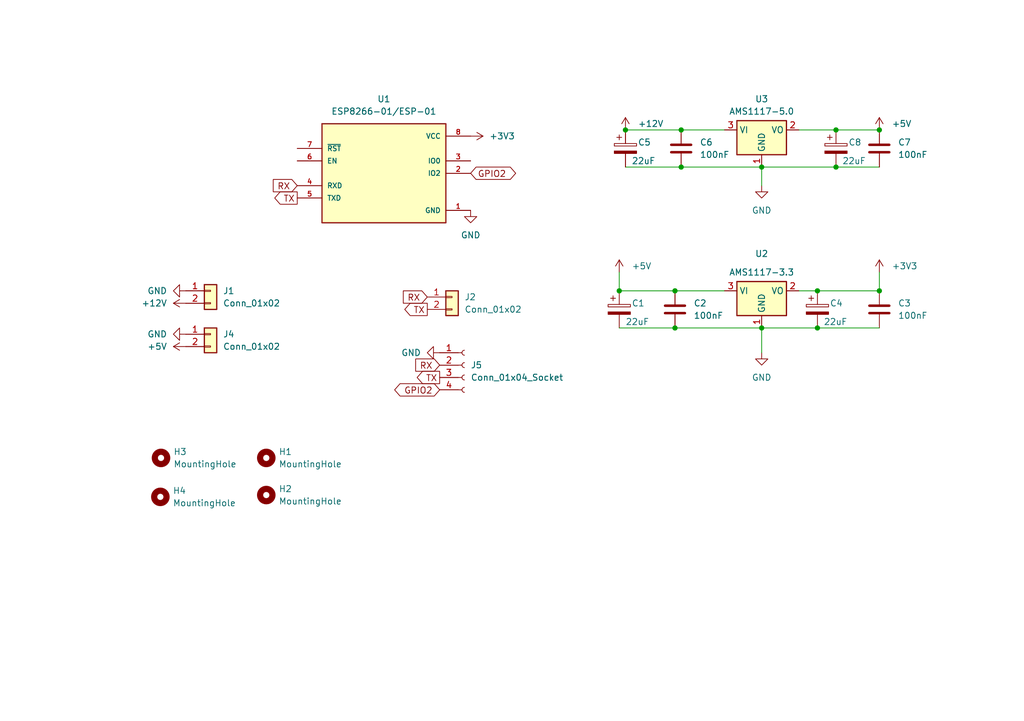
<source format=kicad_sch>
(kicad_sch (version 20231120) (generator "eeschema") (generator_version "8.0")
  (paper "A5")
  (lib_symbols
    (symbol "Connector:Conn_01x04_Socket" (pin_names (offset 1.016) hide)
      (property "Reference" "J" (at 0 5.08 0))
      (property "Value" "Conn_01x04_Socket" (at 0 -7.62 0))
      (symbol "Conn_01x04_Socket_1_1"
        (arc (start 0 -4.572) (mid -0.5058 -5.08) (end 0 -5.588) (stroke (width 0.1524)))
        (arc (start 0 -2.032) (mid -0.5058 -2.54) (end 0 -3.048) (stroke (width 0.1524)))
        (polyline (pts (xy -1.27 -5.08) (xy -0.508 -5.08)) (stroke (width 0.1524)))
        (polyline (pts (xy -1.27 -2.54) (xy -0.508 -2.54)) (stroke (width 0.1524)))
        (polyline (pts (xy -1.27 0) (xy -0.508 0)) (stroke (width 0.1524)))
        (polyline (pts (xy -1.27 2.54) (xy -0.508 2.54)) (stroke (width 0.1524)))
        (arc (start 0 0.508) (mid -0.5058 0) (end 0 -0.508) (stroke (width 0.1524)))
        (arc (start 0 3.048) (mid -0.5058 2.54) (end 0 2.032) (stroke (width 0.1524)))
        (pin passive line (at -5.08 2.54 0) (length 3.81) (name "Pin_1") (number "1"))
        (pin passive line (at -5.08 0 0) (length 3.81) (name "Pin_2") (number "2"))
        (pin passive line (at -5.08 -2.54 0) (length 3.81) (name "Pin_3") (number "3"))
        (pin passive line (at -5.08 -5.08 0) (length 3.81) (name "Pin_4") (number "4"))
      )
    )
    (symbol "Connector_Generic:Conn_01x02" (pin_names (offset 1.016) hide)
      (property "Reference" "J" (at 0 2.54 0))
      (property "Value" "Conn_01x02" (at 0 -5.08 0))
      (symbol "Conn_01x02_1_1"
        (rectangle (start -1.27 -2.413) (end 0 -2.667) (stroke (width 0.1524)))
        (rectangle (start -1.27 0.127) (end 0 -0.127) (stroke (width 0.1524)))
        (rectangle (start -1.27 1.27) (end 1.27 -3.81) (stroke (width 0.254)) (fill (type background)))
        (pin passive line (at -5.08 0 0) (length 3.81) (name "Pin_1") (number "1"))
        (pin passive line (at -5.08 -2.54 0) (length 3.81) (name "Pin_2") (number "2"))
      )
    )
    (symbol "Device:C" (pin_numbers hide) (pin_names (offset 0.254))
      (property "Reference" "C" (at 0.635 2.54 0))
      (property "Value" "C" (at 0.635 -2.54 0))
      (symbol "C_0_1"
        (polyline (pts (xy -2.032 -0.762) (xy 2.032 -0.762)) (stroke (width 0.508)))
        (polyline (pts (xy -2.032 0.762) (xy 2.032 0.762)) (stroke (width 0.508)))
      )
      (symbol "C_1_1"
        (pin passive line (at 0 3.81 270) (length 2.794) (name "~") (number "1"))
        (pin passive line (at 0 -3.81 90) (length 2.794) (name "~") (number "2"))
      )
    )
    (symbol "Device:C_Polarized" (pin_numbers hide) (pin_names (offset 0.254))
      (property "Reference" "C" (at 0.635 2.54 0))
      (property "Value" "C_Polarized" (at 0.635 -2.54 0))
      (symbol "C_Polarized_0_1"
        (rectangle (start -2.286 0.508) (end 2.286 1.016))
        (polyline (pts (xy -1.778 2.286) (xy -0.762 2.286)))
        (polyline (pts (xy -1.27 2.794) (xy -1.27 1.778)))
        (rectangle (start 2.286 -0.508) (end -2.286 -1.016) (fill (type outline)))
      )
      (symbol "C_Polarized_1_1"
        (pin passive line (at 0 3.81 270) (length 2.794) (name "~") (number "1"))
        (pin passive line (at 0 -3.81 90) (length 2.794) (name "~") (number "2"))
      )
    )
    (symbol "ESP8266-01_ESP-01:ESP8266-01/ESP-01" (pin_names (offset 1.016))
      (property "Reference" "U" (at -12.7094 10.6778 0))
      (property "Value" "ESP8266-01{slash}ESP-01" (at -12.7131 -12.7131 0))
      (symbol "ESP8266-01/ESP-01_0_0"
        (rectangle (start -12.7 -10.16) (end 12.7 10.16) (stroke (width 0.254)) (fill (type background)))
        (pin power_in line (at 17.78 -7.62 180) (length 5.08) (name "GND") (number "1"))
        (pin bidirectional line (at 17.78 0 180) (length 5.08) (name "IO2") (number "2"))
        (pin bidirectional line (at 17.78 2.54 180) (length 5.08) (name "IO0") (number "3"))
        (pin input line (at -17.78 -2.54 0) (length 5.08) (name "RXD") (number "4"))
        (pin output line (at -17.78 -5.08 0) (length 5.08) (name "TXD") (number "5"))
        (pin input line (at -17.78 2.54 0) (length 5.08) (name "EN") (number "6"))
        (pin input line (at -17.78 5.08 0) (length 5.08) (name "~{RST}") (number "7"))
        (pin power_in line (at 17.78 7.62 180) (length 5.08) (name "VCC") (number "8"))
      )
    )
    (symbol "Mechanical:MountingHole" (pin_names (offset 1.016))
      (property "Reference" "H" (at 0 5.08 0))
      (property "Value" "MountingHole" (at 0 3.175 0))
      (symbol "MountingHole_0_1"
        (circle (center 0 0) (radius 1.27) (stroke (width 1.27)))
      )
    )
    (symbol "Regulator_Linear:AMS1117-3.3"
      (property "Reference" "U" (at -3.81 3.175 0))
      (property "Value" "AMS1117-3.3" (at 0 3.175 0))
      (symbol "AMS1117-3.3_0_1"
        (rectangle (start -5.08 -5.08) (end 5.08 1.905) (stroke (width 0.254)) (fill (type background)))
      )
      (symbol "AMS1117-3.3_1_1"
        (pin power_in line (at 0 -7.62 90) (length 2.54) (name "GND") (number "1"))
        (pin power_out line (at 7.62 0 180) (length 2.54) (name "VO") (number "2"))
        (pin power_in line (at -7.62 0 0) (length 2.54) (name "VI") (number "3"))
      )
    )
    (symbol "Regulator_Linear:AMS1117-5.0"
      (property "Reference" "U" (at -3.81 3.175 0))
      (property "Value" "AMS1117-5.0" (at 0 3.175 0))
      (symbol "AMS1117-5.0_0_1"
        (rectangle (start -5.08 -5.08) (end 5.08 1.905) (stroke (width 0.254)) (fill (type background)))
      )
      (symbol "AMS1117-5.0_1_1"
        (pin power_in line (at 0 -7.62 90) (length 2.54) (name "GND") (number "1"))
        (pin power_out line (at 7.62 0 180) (length 2.54) (name "VO") (number "2"))
        (pin power_in line (at -7.62 0 0) (length 2.54) (name "VI") (number "3"))
      )
    )
    (symbol "power:+12V" (power) (pin_names (offset 0))
      (property "Value" "+12V" (at 0 3.556 0))
      (symbol "+12V_0_1"
        (polyline (pts (xy -0.762 1.27) (xy 0 2.54)))
        (polyline (pts (xy 0 0) (xy 0 2.54)))
        (polyline (pts (xy 0 2.54) (xy 0.762 1.27)))
      )
      (symbol "+12V_1_1"
        (pin power_in line (at 0 0 90) (length 0) hide (name "+12V") (number "1"))
      )
    )
    (symbol "power:+3V3" (power) (pin_names (offset 0))
      (property "Value" "+3V3" (at 0 3.556 0))
      (symbol "+3V3_0_1"
        (polyline (pts (xy -0.762 1.27) (xy 0 2.54)))
        (polyline (pts (xy 0 0) (xy 0 2.54)))
        (polyline (pts (xy 0 2.54) (xy 0.762 1.27)))
      )
      (symbol "+3V3_1_1"
        (pin power_in line (at 0 0 90) (length 0) hide (name "+3V3") (number "1"))
      )
    )
    (symbol "power:+5V" (power) (pin_names (offset 0))
      (property "Value" "+5V" (at 0 3.556 0))
      (symbol "+5V_0_1"
        (polyline (pts (xy -0.762 1.27) (xy 0 2.54)))
        (polyline (pts (xy 0 0) (xy 0 2.54)))
        (polyline (pts (xy 0 2.54) (xy 0.762 1.27)))
      )
      (symbol "+5V_1_1"
        (pin power_in line (at 0 0 90) (length 0) hide (name "+5V") (number "1"))
      )
    )
    (symbol "power:GND" (power) (pin_names (offset 0))
      (property "Value" "GND" (at 0 -3.81 0))
      (symbol "GND_0_1"
        (polyline (pts (xy 0 0) (xy 0 -1.27) (xy 1.27 -1.27) (xy 0 -2.54) (xy -1.27 -1.27) (xy 0 -1.27)))
      )
      (symbol "GND_1_1"
        (pin power_in line (at 0 0 270) (length 0) hide (name "GND") (number "1"))
      )
    )
  )
  (junction (at 156.21 34.29))
  (junction (at 171.45 34.29))
  (junction (at 138.43 59.69))
  (junction (at 156.21 67.31))
  (junction (at 167.64 67.31))
  (junction (at 139.7 34.29))
  (junction (at 128.27 26.67))
  (junction (at 180.34 59.69))
  (junction (at 127 59.69))
  (junction (at 139.7 26.67))
  (junction (at 180.34 26.67))
  (junction (at 138.43 67.31))
  (junction (at 171.45 26.67))
  (junction (at 167.64 59.69))
  (wire (pts (xy 128.27 34.29) (xy 139.7 34.29)))
  (wire (pts (xy 156.21 38.1) (xy 156.21 34.29)))
  (wire (pts (xy 139.7 26.67) (xy 148.59 26.67)))
  (wire (pts (xy 127 59.69) (xy 138.43 59.69)))
  (wire (pts (xy 127 55.88) (xy 127 59.69)))
  (wire (pts (xy 139.7 34.29) (xy 156.21 34.29)))
  (wire (pts (xy 167.64 59.69) (xy 180.34 59.69)))
  (wire (pts (xy 138.43 59.69) (xy 148.59 59.69)))
  (wire (pts (xy 138.43 67.31) (xy 156.21 67.31)))
  (wire (pts (xy 180.34 55.88) (xy 180.34 59.69)))
  (wire (pts (xy 156.21 72.39) (xy 156.21 67.31)))
  (wire (pts (xy 163.83 26.67) (xy 171.45 26.67)))
  (wire (pts (xy 167.64 67.31) (xy 180.34 67.31)))
  (wire (pts (xy 156.21 67.31) (xy 167.64 67.31)))
  (wire (pts (xy 163.83 59.69) (xy 167.64 59.69)))
  (wire (pts (xy 156.21 34.29) (xy 171.45 34.29)))
  (wire (pts (xy 127 67.31) (xy 138.43 67.31)))
  (wire (pts (xy 171.45 26.67) (xy 180.34 26.67)))
  (wire (pts (xy 128.27 26.67) (xy 139.7 26.67)))
  (wire (pts (xy 171.45 34.29) (xy 180.34 34.29)))
  (global_label "RX" (shape input) (at 90.17 74.93 180) (property "Intersheetrefs" "${INTERSHEET_REFS}" (effects (hide yes))))
  (global_label "TX" (shape output) (at 60.96 40.64 180) (property "Intersheetrefs" "${INTERSHEET_REFS}" (effects (hide yes))))
  (global_label "GPIO2" (shape bidirectional) (at 96.52 35.56 0) (property "Intersheetrefs" "${INTERSHEET_REFS}" (effects (hide yes))))
  (global_label "TX" (shape output) (at 87.63 63.5 180) (property "Intersheetrefs" "${INTERSHEET_REFS}" (effects (hide yes))))
  (global_label "TX" (shape output) (at 90.17 77.47 180) (property "Intersheetrefs" "${INTERSHEET_REFS}" (effects (hide yes))))
  (global_label "GPIO2" (shape bidirectional) (at 90.17 80.01 180) (property "Intersheetrefs" "${INTERSHEET_REFS}" (effects (hide yes))))
  (global_label "RX" (shape input) (at 87.63 60.96 180) (property "Intersheetrefs" "${INTERSHEET_REFS}" (effects (hide yes))))
  (global_label "RX" (shape input) (at 60.96 38.1 180) (property "Intersheetrefs" "${INTERSHEET_REFS}" (effects (hide yes))))
  (symbol (lib_id "Connector:Conn_01x04_Socket") (at 95.25 74.93 0) (unit 1)
    (property "Reference" "J5" (at 96.52 74.93 0) (effects (justify left)))
    (property "Value" "Conn_01x04_Socket" (at 96.52 77.47 0) (effects (justify left)))
    (property "Footprint" "Connector_PinSocket_2.54mm:PinSocket_1x04_P2.54mm_Vertical" (effects (hide yes)))
  )
  (symbol (lib_id "Connector_Generic:Conn_01x02") (at 92.71 60.96 0) (unit 1)
    (property "Reference" "J2" (at 95.25 60.96 0) (effects (justify left)))
    (property "Value" "Conn_01x02" (at 95.25 63.5 0) (effects (justify left)))
    (property "Footprint" "Connector_JST:JST_XH_B2B-XH-A_1x02_P2.50mm_Vertical" (effects (hide yes)))
  )
  (symbol (lib_id "Device:C_Polarized") (at 167.64 63.5 0) (unit 1)
    (property "Reference" "C4" (at 170.18 62.23 0) (effects (justify left)))
    (property "Value" "22uF" (at 168.91 66.04 0) (effects (justify left)))
    (property "Footprint" "Capacitor_Tantalum_SMD:CP_EIA-3528-21_Kemet-B" (effects (hide yes)))
  )
  (symbol (lib_id "Device:C") (at 138.43 63.5 0) (unit 1)
    (property "Reference" "C2" (at 142.24 62.23 0) (effects (justify left)))
    (property "Value" "100nF" (at 142.24 64.77 0) (effects (justify left)))
    (property "Footprint" "Capacitor_SMD:C_0603_1608Metric" (effects (hide yes)))
  )
  (symbol (lib_id "power:+5V") (at 127 55.88 0) (unit 1)
    (property "Reference" "#PWR08" (effects (hide yes)))
    (property "Value" "+5V" (at 129.54 54.61 0) (effects (justify left)))
  )
  (symbol (lib_id "power:+3V3") (at 96.52 27.94 270) (unit 1)
    (property "Reference" "#PWR010" (effects (hide yes)))
    (property "Value" "+3V3" (at 100.33 27.94 90) (effects (justify left)))
  )
  (symbol (lib_id "Device:C") (at 180.34 30.48 0) (unit 1)
    (property "Reference" "C7" (at 184.15 29.21 0) (effects (justify left)))
    (property "Value" "100nF" (at 184.15 31.75 0) (effects (justify left)))
    (property "Footprint" "Capacitor_SMD:C_0603_1608Metric" (effects (hide yes)))
  )
  (symbol (lib_id "power:GND") (at 96.52 43.18 0) (unit 1)
    (property "Reference" "#PWR02" (effects (hide yes)))
    (property "Value" "GND" (at 96.52 48.26 0))
  )
  (symbol (lib_id "Device:C_Polarized") (at 171.45 30.48 0) (unit 1)
    (property "Reference" "C8" (at 173.99 29.21 0) (effects (justify left)))
    (property "Value" "22uF" (at 172.72 33.02 0) (effects (justify left)))
    (property "Footprint" "Capacitor_Tantalum_SMD:CP_EIA-3528-21_Kemet-B" (effects (hide yes)))
  )
  (symbol (lib_id "Regulator_Linear:AMS1117-3.3") (at 156.21 59.69 0) (unit 1)
    (property "Reference" "U2" (at 156.21 52.07 0))
    (property "Value" "AMS1117-3.3" (at 156.21 55.88 0))
    (property "Footprint" "Package_TO_SOT_SMD:SOT-223-3_TabPin2" (effects (hide yes)))
    (property "Datasheet" "http://www.advanced-monolithic.com/pdf/ds1117.pdf" (effects (hide yes)))
  )
  (symbol (lib_id "power:+12V") (at 128.27 26.67 0) (unit 1)
    (property "Reference" "#PWR06" (effects (hide yes)))
    (property "Value" "+12V" (at 130.81 25.4 0) (effects (justify left)))
  )
  (symbol (lib_id "Mechanical:MountingHole") (at 54.61 93.98 0) (unit 1)
    (property "Reference" "H1" (at 57.15 92.71 0) (effects (justify left)))
    (property "Value" "MountingHole" (at 57.15 95.25 0) (effects (justify left)))
    (property "Footprint" "MountingHole:MountingHole_3.2mm_M3" (effects (hide yes)))
  )
  (symbol (lib_id "ESP8266-01_ESP-01:ESP8266-01/ESP-01") (at 78.74 35.56 0) (unit 1)
    (property "Reference" "U1" (at 78.74 20.32 0))
    (property "Value" "ESP8266-01/ESP-01" (at 78.74 22.86 0))
    (property "Footprint" "ESP8266-01_ESP-01:XCVR_ESP8266-01_ESP-01" (effects (hide yes)))
    (property "PARTREV" "V1.2" (effects (hide yes)))
    (property "MANUFACTURER" "AI-Thinker" (effects (hide yes)))
    (property "MAXIMUM_PACKAGE_HEIGHT" "11.2 mm" (effects (hide yes)))
    (property "STANDARD" "Manufacturer recommendations or IPC 7351B" (effects (hide yes)))
  )
  (symbol (lib_id "Device:C") (at 139.7 30.48 0) (unit 1)
    (property "Reference" "C6" (at 143.51 29.21 0) (effects (justify left)))
    (property "Value" "100nF" (at 143.51 31.75 0) (effects (justify left)))
    (property "Footprint" "Capacitor_SMD:C_0603_1608Metric" (effects (hide yes)))
  )
  (symbol (lib_id "power:+12V") (at 38.1 62.23 90) (unit 1)
    (property "Reference" "#PWR05" (effects (hide yes)))
    (property "Value" "+12V" (at 34.29 62.23 90) (effects (justify left)))
  )
  (symbol (lib_id "Regulator_Linear:AMS1117-5.0") (at 156.21 26.67 0) (unit 1)
    (property "Reference" "U3" (at 156.21 20.32 0))
    (property "Value" "AMS1117-5.0" (at 156.21 22.86 0))
    (property "Footprint" "Package_TO_SOT_SMD:SOT-223-3_TabPin2" (effects (hide yes)))
    (property "Datasheet" "http://www.advanced-monolithic.com/pdf/ds1117.pdf" (effects (hide yes)))
  )
  (symbol (lib_id "power:GND") (at 156.21 72.39 0) (unit 1)
    (property "Reference" "#PWR03" (effects (hide yes)))
    (property "Value" "GND" (at 156.21 77.47 0))
  )
  (symbol (lib_id "Mechanical:MountingHole") (at 54.61 101.6 0) (unit 1)
    (property "Reference" "H2" (at 57.15 100.33 0) (effects (justify left)))
    (property "Value" "MountingHole" (at 57.15 102.87 0) (effects (justify left)))
    (property "Footprint" "MountingHole:MountingHole_3.2mm_M3" (effects (hide yes)))
  )
  (symbol (lib_id "Device:C") (at 180.34 63.5 0) (unit 1)
    (property "Reference" "C3" (at 184.15 62.23 0) (effects (justify left)))
    (property "Value" "100nF" (at 184.15 64.77 0) (effects (justify left)))
    (property "Footprint" "Capacitor_SMD:C_0603_1608Metric" (effects (hide yes)))
  )
  (symbol (lib_id "power:GND") (at 38.1 68.58 270) (unit 1)
    (property "Reference" "#PWR012" (effects (hide yes)))
    (property "Value" "GND" (at 34.29 68.58 90) (effects (justify right)))
  )
  (symbol (lib_id "power:GND") (at 156.21 38.1 0) (unit 1)
    (property "Reference" "#PWR04" (effects (hide yes)))
    (property "Value" "GND" (at 156.21 43.18 0))
  )
  (symbol (lib_id "power:+5V") (at 180.34 26.67 0) (unit 1)
    (property "Reference" "#PWR07" (effects (hide yes)))
    (property "Value" "+5V" (at 182.88 25.4 0) (effects (justify left)))
  )
  (symbol (lib_id "Connector_Generic:Conn_01x02") (at 43.18 68.58 0) (unit 1)
    (property "Reference" "J4" (at 45.72 68.58 0) (effects (justify left)))
    (property "Value" "Conn_01x02" (at 45.72 71.12 0) (effects (justify left)))
    (property "Footprint" "Connector_JST:JST_XH_B2B-XH-A_1x02_P2.50mm_Vertical" (effects (hide yes)))
  )
  (symbol (lib_id "Mechanical:MountingHole") (at 32.8879 101.9718 0) (unit 1)
    (property "Reference" "H4" (at 35.4279 100.7018 0) (effects (justify left)))
    (property "Value" "MountingHole" (at 35.4279 103.2418 0) (effects (justify left)))
    (property "Footprint" "MountingHole:MountingHole_3.2mm_M3" (effects (hide yes)))
  )
  (symbol (lib_id "Device:C_Polarized") (at 128.27 30.48 0) (unit 1)
    (property "Reference" "C5" (at 130.81 29.21 0) (effects (justify left)))
    (property "Value" "22uF" (at 129.54 33.02 0) (effects (justify left)))
    (property "Footprint" "Capacitor_Tantalum_SMD:CP_EIA-3528-21_Kemet-B" (effects (hide yes)))
  )
  (symbol (lib_id "Mechanical:MountingHole") (at 33.02 93.98 0) (unit 1)
    (property "Reference" "H3" (at 35.56 92.71 0) (effects (justify left)))
    (property "Value" "MountingHole" (at 35.56 95.25 0) (effects (justify left)))
    (property "Footprint" "MountingHole:MountingHole_3.2mm_M3" (effects (hide yes)))
  )
  (symbol (lib_id "Connector_Generic:Conn_01x02") (at 43.18 59.69 0) (unit 1)
    (property "Reference" "J1" (at 45.72 59.69 0) (effects (justify left)))
    (property "Value" "Conn_01x02" (at 45.72 62.23 0) (effects (justify left)))
    (property "Footprint" "Connector_JST:JST_XH_B2B-XH-A_1x02_P2.50mm_Vertical" (effects (hide yes)))
  )
  (symbol (lib_id "power:+3V3") (at 180.34 55.88 0) (unit 1)
    (property "Reference" "#PWR011" (effects (hide yes)))
    (property "Value" "+3V3" (at 182.88 54.61 0) (effects (justify left)))
  )
  (symbol (lib_id "power:GND") (at 90.17 72.39 270) (unit 1)
    (property "Reference" "#PWR014" (effects (hide yes)))
    (property "Value" "GND" (at 86.36 72.39 90) (effects (justify right)))
  )
  (symbol (lib_id "power:GND") (at 38.1 59.69 270) (unit 1)
    (property "Reference" "#PWR01" (effects (hide yes)))
    (property "Value" "GND" (at 34.29 59.69 90) (effects (justify right)))
  )
  (symbol (lib_id "power:+5V") (at 38.1 71.12 90) (unit 1)
    (property "Reference" "#PWR013" (effects (hide yes)))
    (property "Value" "+5V" (at 34.29 71.12 90) (effects (justify left)))
  )
  (symbol (lib_id "Device:C_Polarized") (at 127 63.5 0) (unit 1)
    (property "Reference" "C1" (at 129.54 62.23 0) (effects (justify left)))
    (property "Value" "22uF" (at 128.27 66.04 0) (effects (justify left)))
    (property "Footprint" "Capacitor_Tantalum_SMD:CP_EIA-3528-21_Kemet-B" (effects (hide yes)))
  )
)
</source>
